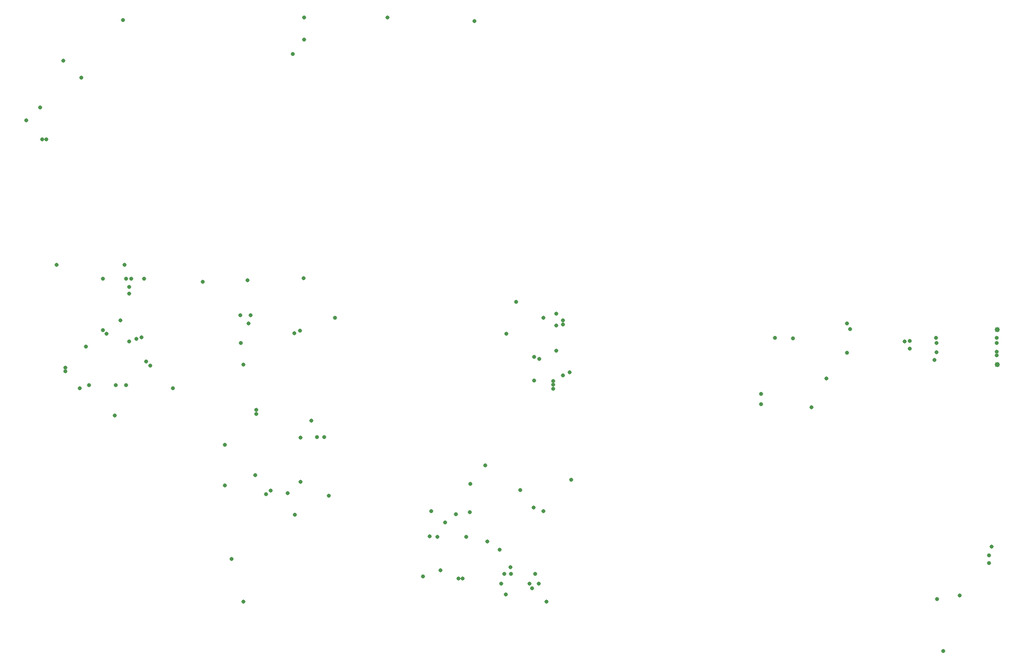
<source format=gbr>
G04 EAGLE Gerber RS-274X export*
G75*
%MOMM*%
%FSLAX34Y34*%
%LPD*%
%INSoldermask Bottom*%
%IPPOS*%
%AMOC8*
5,1,8,0,0,1.08239X$1,22.5*%
G01*
G04 Define Apertures*
%ADD10C,0.853200*%
%ADD11C,0.655600*%
D10*
X-55222Y509546D03*
X-55222Y567346D03*
D11*
X-1058140Y1080993D03*
X-1195255Y1080993D03*
X-198748Y535995D03*
X-157890Y517298D03*
X-1483335Y547768D03*
X-1299823Y544998D03*
X-207058Y547768D03*
X-56093Y524915D03*
X-154428Y545690D03*
X-56093Y545690D03*
X-154428Y530455D03*
X-56093Y531148D03*
X-155813Y554000D03*
X-56093Y554000D03*
X-301930Y529070D03*
X-758288Y497215D03*
X-785295Y470208D03*
X-1448710Y508295D03*
X-198748Y549153D03*
X-769368Y582393D03*
X-780448Y593473D03*
X-1288050Y648873D03*
X-335863Y486828D03*
X-443893Y461205D03*
X-443893Y444585D03*
X-1493723Y1076838D03*
X-1195255Y1044983D03*
X-68558Y182820D03*
X-360793Y439738D03*
X-963268Y249993D03*
X-1183483Y417578D03*
X-780448Y532533D03*
X-1195948Y651643D03*
X-1591365Y1010358D03*
X-1562280Y981965D03*
X-1625990Y880860D03*
X-1587903Y504833D03*
X-871165Y148888D03*
X-1155090Y293620D03*
X-1471563Y551923D03*
X-1211183Y561618D03*
X-1619758Y880860D03*
X-1553970Y539458D03*
X-1174480Y390570D03*
X-1162015Y390570D03*
X-866318Y164815D03*
X-1222263Y297775D03*
X-1202180Y565773D03*
X-1274200Y428658D03*
X-1411315Y470900D03*
X-1652305Y912023D03*
X-1549123Y475748D03*
X-1629453Y933490D03*
X-1602445Y673803D03*
X-1286665Y577545D03*
X-1274200Y434890D03*
X-1201488Y316473D03*
X-1201488Y389185D03*
X-1483335Y626713D03*
X-1300515Y590703D03*
X-914793Y1075453D03*
X-840003Y303315D03*
X-986120Y268690D03*
X-921490Y313423D03*
X-897480Y343480D03*
X-817843Y274230D03*
X-801915Y268690D03*
X-894018Y218830D03*
X-756210Y319935D03*
X-873935Y204980D03*
X-809533Y148888D03*
X-999970Y160660D03*
X-815073Y164815D03*
X-970885Y171048D03*
X-420348Y554000D03*
X-391263Y553308D03*
X-1587903Y498600D03*
X-1213953Y1021438D03*
X-1462560Y554693D03*
X-1144703Y586548D03*
X-862163Y560233D03*
X-1362148Y646103D03*
X-801223Y586548D03*
X-863548Y131575D03*
X-1250655Y302623D03*
X-1497878Y582393D03*
X-1257580Y296390D03*
X-854545Y164815D03*
X-1210490Y262458D03*
X-1564358Y470900D03*
X-1315058Y189745D03*
X-855930Y175895D03*
X-928643Y226448D03*
X-923103Y266613D03*
X-1488183Y475748D03*
X-1325445Y310933D03*
X-976425Y226448D03*
X-988890Y227140D03*
X-1275585Y327553D03*
X-1283203Y591395D03*
X-1294975Y509680D03*
X-1454943Y515220D03*
X-1458405Y650950D03*
X-846235Y612863D03*
X-1479873Y650950D03*
X-153735Y123958D03*
X-1488183Y650950D03*
X-1325445Y377413D03*
X-945263Y263150D03*
X-297083Y567850D03*
X-68558Y195978D03*
X-1483335Y637793D03*
X-817150Y522145D03*
X-769368Y492368D03*
X-785295Y476440D03*
X-301930Y577545D03*
X-64403Y209828D03*
X-144040Y38088D03*
X-116340Y129498D03*
X-1490953Y673803D03*
X-808148Y519375D03*
X-769368Y576160D03*
X-780448Y574083D03*
X-796375Y119110D03*
X-1294975Y119110D03*
X-1526270Y650950D03*
X-1526270Y566465D03*
X-1520038Y560233D03*
X-1506880Y425888D03*
X-1505495Y475748D03*
X-824768Y148888D03*
X-941108Y157890D03*
X-819920Y141270D03*
X-934875Y157890D03*
X-785295Y482673D03*
X-817150Y483365D03*
M02*

</source>
